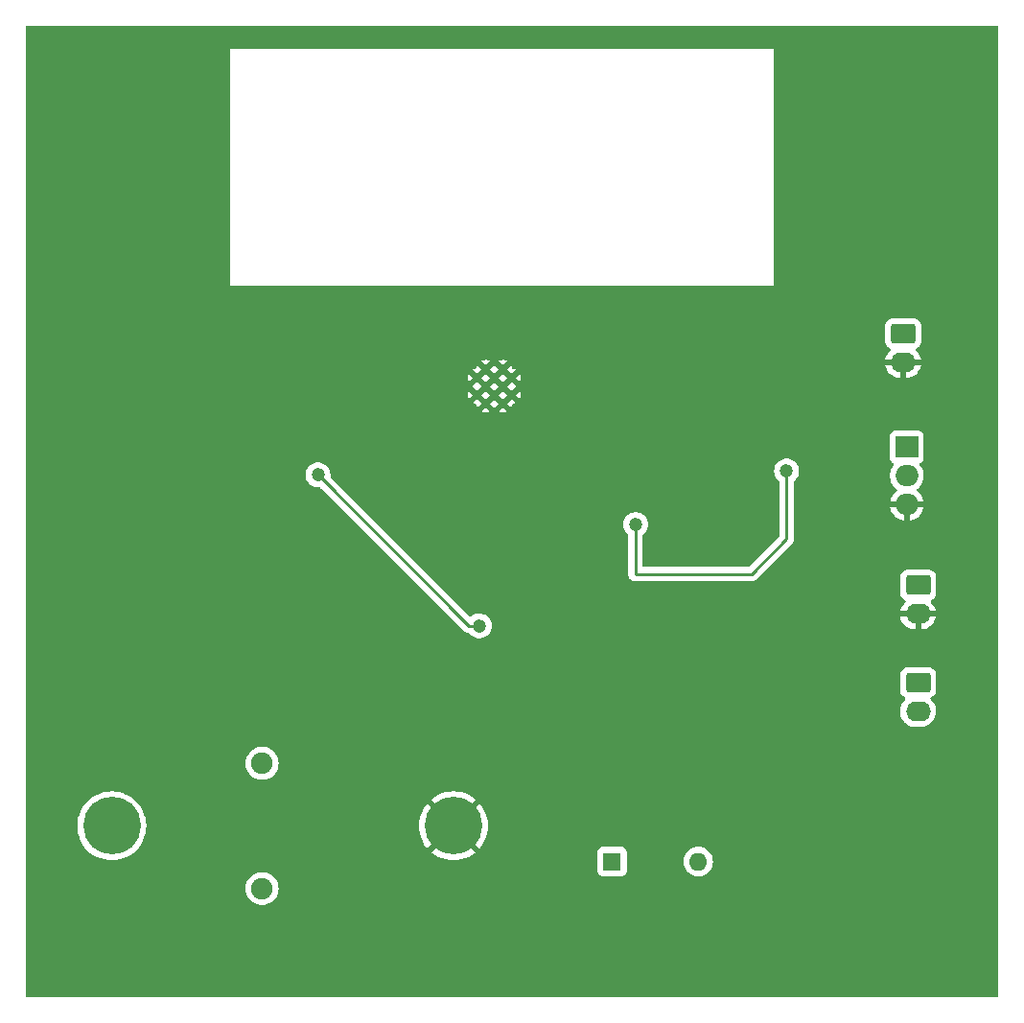
<source format=gbr>
%TF.GenerationSoftware,KiCad,Pcbnew,7.0.10*%
%TF.CreationDate,2024-03-05T16:09:12-06:00*%
%TF.ProjectId,shematic for power and light system,7368656d-6174-4696-9320-666f7220706f,rev?*%
%TF.SameCoordinates,Original*%
%TF.FileFunction,Copper,L2,Bot*%
%TF.FilePolarity,Positive*%
%FSLAX46Y46*%
G04 Gerber Fmt 4.6, Leading zero omitted, Abs format (unit mm)*
G04 Created by KiCad (PCBNEW 7.0.10) date 2024-03-05 16:09:12*
%MOMM*%
%LPD*%
G01*
G04 APERTURE LIST*
G04 Aperture macros list*
%AMRoundRect*
0 Rectangle with rounded corners*
0 $1 Rounding radius*
0 $2 $3 $4 $5 $6 $7 $8 $9 X,Y pos of 4 corners*
0 Add a 4 corners polygon primitive as box body*
4,1,4,$2,$3,$4,$5,$6,$7,$8,$9,$2,$3,0*
0 Add four circle primitives for the rounded corners*
1,1,$1+$1,$2,$3*
1,1,$1+$1,$4,$5*
1,1,$1+$1,$6,$7*
1,1,$1+$1,$8,$9*
0 Add four rect primitives between the rounded corners*
20,1,$1+$1,$2,$3,$4,$5,0*
20,1,$1+$1,$4,$5,$6,$7,0*
20,1,$1+$1,$6,$7,$8,$9,0*
20,1,$1+$1,$8,$9,$2,$3,0*%
G04 Aperture macros list end*
%TA.AperFunction,ComponentPad*%
%ADD10C,1.905000*%
%TD*%
%TA.AperFunction,ComponentPad*%
%ADD11C,5.080000*%
%TD*%
%TA.AperFunction,ComponentPad*%
%ADD12R,2.000000X1.905000*%
%TD*%
%TA.AperFunction,ComponentPad*%
%ADD13O,2.000000X1.905000*%
%TD*%
%TA.AperFunction,ComponentPad*%
%ADD14RoundRect,0.250000X-0.845000X0.620000X-0.845000X-0.620000X0.845000X-0.620000X0.845000X0.620000X0*%
%TD*%
%TA.AperFunction,ComponentPad*%
%ADD15O,2.190000X1.740000*%
%TD*%
%TA.AperFunction,HeatsinkPad*%
%ADD16C,0.600000*%
%TD*%
%TA.AperFunction,ComponentPad*%
%ADD17R,1.600000X1.600000*%
%TD*%
%TA.AperFunction,ComponentPad*%
%ADD18O,1.600000X1.600000*%
%TD*%
%TA.AperFunction,ViaPad*%
%ADD19C,1.193800*%
%TD*%
%TA.AperFunction,Conductor*%
%ADD20C,0.254000*%
%TD*%
G04 APERTURE END LIST*
D10*
%TO.P,U1,1,IN*%
%TO.N,Net-(U1-IN)*%
X114300000Y-127889000D03*
%TO.P,U1,2,OUT*%
%TO.N,Net-(U1-OUT)*%
X114300000Y-116840000D03*
D11*
%TO.P,U1,3,GND*%
%TO.N,GND*%
X131191000Y-122364500D03*
%TO.P,U1,4,4*%
%TO.N,unconnected-(U1-Pad4)*%
X101015800Y-122364500D03*
%TD*%
D12*
%TO.P,Q1,1,G*%
%TO.N,Net-(Q1-G)*%
X171223388Y-88891149D03*
D13*
%TO.P,Q1,2,D*%
%TO.N,Net-(LED1-Pin_2)*%
X171223388Y-91431149D03*
%TO.P,Q1,3,S*%
%TO.N,GND*%
X171223388Y-93971149D03*
%TD*%
D14*
%TO.P,+12V1,1,Pin_1*%
%TO.N,Net-(+12V1-Pin_1)*%
X172221597Y-101099857D03*
D15*
%TO.P,+12V1,2,Pin_2*%
%TO.N,GND*%
X172221597Y-103639857D03*
%TD*%
D14*
%TO.P,BlueTooth1,1,Pin_1*%
%TO.N,Net-(BlueTooth1-Pin_1)*%
X170904782Y-78889055D03*
D15*
%TO.P,BlueTooth1,2,Pin_2*%
%TO.N,GND*%
X170904782Y-81429055D03*
%TD*%
D14*
%TO.P,LED1,1,Pin_1*%
%TO.N,Net-(+12V1-Pin_1)*%
X172221597Y-109699267D03*
D15*
%TO.P,LED1,2,Pin_2*%
%TO.N,Net-(LED1-Pin_2)*%
X172221597Y-112239267D03*
%TD*%
D16*
%TO.P,U3,39,GND*%
%TO.N,GND*%
X133272234Y-82777499D03*
X133272234Y-84302499D03*
X134034734Y-82014999D03*
X134034734Y-83539999D03*
X134034734Y-85064999D03*
X134797234Y-82777499D03*
X134797234Y-84302499D03*
X135559734Y-82014999D03*
X135559734Y-83539999D03*
X135559734Y-85064999D03*
X136322234Y-82777499D03*
X136322234Y-84302499D03*
%TD*%
D17*
%TO.P,SW1,1*%
%TO.N,Net-(+12V1-Pin_1)*%
X145192146Y-125508270D03*
D18*
%TO.P,SW1,2*%
%TO.N,Net-(U1-IN)*%
X152812146Y-125508270D03*
%TD*%
D19*
%TO.N,Net-(U3-IO0)*%
X147291326Y-95749098D03*
X160607381Y-91020499D03*
%TO.N,GND*%
X165541131Y-87851548D03*
X167722985Y-96241563D03*
%TO.N,Net-(U3-IO26)*%
X119227351Y-91358034D03*
X133473131Y-104704080D03*
%TD*%
D20*
%TO.N,Net-(U3-IO0)*%
X147241341Y-95799083D02*
X147291326Y-95749098D01*
X147241341Y-100127801D02*
X147241341Y-95799083D01*
X157518296Y-100127801D02*
X147241341Y-100127801D01*
X160607381Y-97038716D02*
X157518296Y-100127801D01*
X160607381Y-91020499D02*
X160607381Y-97038716D01*
%TO.N,GND*%
X165541131Y-94059709D02*
X167722985Y-96241563D01*
X165541131Y-87851548D02*
X165541131Y-94059709D01*
%TO.N,Net-(U3-IO26)*%
X132573397Y-104704080D02*
X119227351Y-91358034D01*
X133473131Y-104704080D02*
X132573397Y-104704080D01*
%TD*%
%TA.AperFunction,Conductor*%
%TO.N,GND*%
G36*
X179264499Y-51721281D02*
G01*
X179310254Y-51774085D01*
X179321460Y-51825596D01*
X179321460Y-137367879D01*
X179301775Y-137434918D01*
X179248971Y-137480673D01*
X179197460Y-137491879D01*
X93553957Y-137491879D01*
X93486918Y-137472194D01*
X93441163Y-137419390D01*
X93429957Y-137367879D01*
X93429957Y-127889005D01*
X112842020Y-127889005D01*
X112861904Y-128128972D01*
X112861904Y-128128975D01*
X112861905Y-128128976D01*
X112921017Y-128362405D01*
X113017745Y-128582922D01*
X113149449Y-128784510D01*
X113312537Y-128961671D01*
X113502561Y-129109572D01*
X113714336Y-129224179D01*
X113832598Y-129264778D01*
X113942083Y-129302365D01*
X113942085Y-129302365D01*
X113942087Y-129302366D01*
X114179601Y-129342000D01*
X114179602Y-129342000D01*
X114420398Y-129342000D01*
X114420399Y-129342000D01*
X114657913Y-129302366D01*
X114885664Y-129224179D01*
X115097439Y-129109572D01*
X115287463Y-128961671D01*
X115450551Y-128784510D01*
X115582255Y-128582922D01*
X115678983Y-128362405D01*
X115738095Y-128128976D01*
X115757980Y-127889000D01*
X115738095Y-127649024D01*
X115678983Y-127415595D01*
X115582255Y-127195078D01*
X115450551Y-126993490D01*
X115287463Y-126816329D01*
X115153358Y-126711951D01*
X115097441Y-126668429D01*
X114885665Y-126553821D01*
X114885656Y-126553818D01*
X114657916Y-126475634D01*
X114479777Y-126445908D01*
X114420399Y-126436000D01*
X114179601Y-126436000D01*
X114132098Y-126443926D01*
X113942083Y-126475634D01*
X113714343Y-126553818D01*
X113714334Y-126553821D01*
X113502558Y-126668429D01*
X113395106Y-126752063D01*
X113312537Y-126816329D01*
X113312534Y-126816331D01*
X113312534Y-126816332D01*
X113149449Y-126993490D01*
X113017743Y-127195081D01*
X112921017Y-127415594D01*
X112861904Y-127649027D01*
X112842020Y-127888994D01*
X112842020Y-127889005D01*
X93429957Y-127889005D01*
X93429957Y-126356140D01*
X143891646Y-126356140D01*
X143891647Y-126356146D01*
X143898054Y-126415753D01*
X143948348Y-126550598D01*
X143948352Y-126550605D01*
X144034598Y-126665814D01*
X144034601Y-126665817D01*
X144149810Y-126752063D01*
X144149817Y-126752067D01*
X144284663Y-126802361D01*
X144284662Y-126802361D01*
X144291590Y-126803105D01*
X144344273Y-126808770D01*
X146040018Y-126808769D01*
X146099629Y-126802361D01*
X146234477Y-126752066D01*
X146349692Y-126665816D01*
X146435942Y-126550601D01*
X146486237Y-126415753D01*
X146492646Y-126356143D01*
X146492646Y-125508271D01*
X151506678Y-125508271D01*
X151526510Y-125734956D01*
X151526512Y-125734967D01*
X151585404Y-125954758D01*
X151585407Y-125954767D01*
X151681577Y-126161002D01*
X151681578Y-126161004D01*
X151812100Y-126347411D01*
X151973004Y-126508315D01*
X151973007Y-126508317D01*
X152159412Y-126638838D01*
X152365650Y-126735009D01*
X152585454Y-126793905D01*
X152747376Y-126808071D01*
X152812144Y-126813738D01*
X152812146Y-126813738D01*
X152812148Y-126813738D01*
X152868953Y-126808768D01*
X153038838Y-126793905D01*
X153258642Y-126735009D01*
X153464880Y-126638838D01*
X153651285Y-126508317D01*
X153812193Y-126347409D01*
X153942714Y-126161004D01*
X154038885Y-125954766D01*
X154097781Y-125734962D01*
X154117614Y-125508270D01*
X154097781Y-125281578D01*
X154038885Y-125061774D01*
X153942714Y-124855536D01*
X153812193Y-124669131D01*
X153812191Y-124669128D01*
X153651287Y-124508224D01*
X153464880Y-124377702D01*
X153464878Y-124377701D01*
X153258643Y-124281531D01*
X153258634Y-124281528D01*
X153038843Y-124222636D01*
X153038839Y-124222635D01*
X153038838Y-124222635D01*
X153038837Y-124222634D01*
X153038832Y-124222634D01*
X152812148Y-124202802D01*
X152812144Y-124202802D01*
X152585459Y-124222634D01*
X152585448Y-124222636D01*
X152365657Y-124281528D01*
X152365648Y-124281531D01*
X152159413Y-124377701D01*
X152159411Y-124377702D01*
X151973004Y-124508224D01*
X151812100Y-124669128D01*
X151681578Y-124855535D01*
X151681577Y-124855537D01*
X151585407Y-125061772D01*
X151585404Y-125061781D01*
X151526512Y-125281572D01*
X151526510Y-125281583D01*
X151506678Y-125508268D01*
X151506678Y-125508271D01*
X146492646Y-125508271D01*
X146492645Y-124660398D01*
X146486237Y-124600787D01*
X146451713Y-124508224D01*
X146435943Y-124465941D01*
X146435939Y-124465934D01*
X146349693Y-124350725D01*
X146349690Y-124350722D01*
X146234481Y-124264476D01*
X146234474Y-124264472D01*
X146099628Y-124214178D01*
X146099629Y-124214178D01*
X146040029Y-124207771D01*
X146040027Y-124207770D01*
X146040019Y-124207770D01*
X146040010Y-124207770D01*
X144344275Y-124207770D01*
X144344269Y-124207771D01*
X144284662Y-124214178D01*
X144149817Y-124264472D01*
X144149810Y-124264476D01*
X144034601Y-124350722D01*
X144034598Y-124350725D01*
X143948352Y-124465934D01*
X143948348Y-124465941D01*
X143898054Y-124600787D01*
X143891647Y-124660386D01*
X143891647Y-124660393D01*
X143891646Y-124660405D01*
X143891646Y-126356140D01*
X93429957Y-126356140D01*
X93429957Y-122364500D01*
X97970509Y-122364500D01*
X97989656Y-122705459D01*
X97989657Y-122705464D01*
X98046861Y-123042141D01*
X98141401Y-123370296D01*
X98169592Y-123438354D01*
X98272087Y-123685800D01*
X98437280Y-123984696D01*
X98437283Y-123984701D01*
X98634675Y-124262897D01*
X98634896Y-124263208D01*
X98862454Y-124517846D01*
X99117092Y-124745404D01*
X99117095Y-124745406D01*
X99117096Y-124745407D01*
X99395598Y-124943016D01*
X99395603Y-124943019D01*
X99395606Y-124943020D01*
X99395608Y-124943022D01*
X99694498Y-125108212D01*
X100010004Y-125238899D01*
X100338159Y-125333439D01*
X100674836Y-125390643D01*
X101015800Y-125409791D01*
X101356764Y-125390643D01*
X101693441Y-125333439D01*
X102021596Y-125238899D01*
X102337102Y-125108212D01*
X102635992Y-124943022D01*
X102635997Y-124943018D01*
X102636001Y-124943016D01*
X102759293Y-124855535D01*
X102914508Y-124745404D01*
X103169146Y-124517846D01*
X103396704Y-124263208D01*
X103594322Y-123984692D01*
X103759512Y-123685802D01*
X103890199Y-123370296D01*
X103984739Y-123042141D01*
X104041943Y-122705464D01*
X104061091Y-122364500D01*
X128146210Y-122364500D01*
X128165354Y-122705403D01*
X128165356Y-122705415D01*
X128222548Y-123042026D01*
X128222550Y-123042035D01*
X128317071Y-123370124D01*
X128447738Y-123685583D01*
X128612903Y-123984426D01*
X128810488Y-124262897D01*
X128871159Y-124330786D01*
X129624313Y-123577632D01*
X129689884Y-123665224D01*
X129890276Y-123865616D01*
X129977866Y-123931185D01*
X129224712Y-124684339D01*
X129292605Y-124745013D01*
X129292610Y-124745017D01*
X129571073Y-124942596D01*
X129869916Y-125107761D01*
X130185375Y-125238428D01*
X130513464Y-125332949D01*
X130513473Y-125332951D01*
X130850084Y-125390143D01*
X130850096Y-125390145D01*
X131191000Y-125409289D01*
X131531903Y-125390145D01*
X131531915Y-125390143D01*
X131868526Y-125332951D01*
X131868535Y-125332949D01*
X132196624Y-125238428D01*
X132512083Y-125107761D01*
X132810926Y-124942596D01*
X133089396Y-124745012D01*
X133089407Y-124745003D01*
X133157287Y-124684340D01*
X133157287Y-124684339D01*
X132404133Y-123931185D01*
X132491724Y-123865616D01*
X132692116Y-123665224D01*
X132757685Y-123577633D01*
X133510839Y-124330787D01*
X133510840Y-124330787D01*
X133571503Y-124262907D01*
X133571512Y-124262896D01*
X133769096Y-123984426D01*
X133934261Y-123685583D01*
X134064928Y-123370124D01*
X134159449Y-123042035D01*
X134159451Y-123042026D01*
X134216643Y-122705415D01*
X134216645Y-122705403D01*
X134235789Y-122364500D01*
X134216645Y-122023596D01*
X134216643Y-122023584D01*
X134159451Y-121686973D01*
X134159449Y-121686964D01*
X134064928Y-121358875D01*
X133934261Y-121043416D01*
X133769096Y-120744573D01*
X133571517Y-120466110D01*
X133571513Y-120466105D01*
X133510839Y-120398212D01*
X132757685Y-121151366D01*
X132692116Y-121063776D01*
X132491724Y-120863384D01*
X132404132Y-120797813D01*
X133157286Y-120044659D01*
X133089397Y-119983988D01*
X132810926Y-119786403D01*
X132512083Y-119621238D01*
X132196624Y-119490571D01*
X131868535Y-119396050D01*
X131868526Y-119396048D01*
X131531915Y-119338856D01*
X131531903Y-119338854D01*
X131191000Y-119319710D01*
X130850096Y-119338854D01*
X130850084Y-119338856D01*
X130513473Y-119396048D01*
X130513464Y-119396050D01*
X130185375Y-119490571D01*
X129869916Y-119621238D01*
X129571073Y-119786403D01*
X129292599Y-119983991D01*
X129224712Y-120044659D01*
X129977867Y-120797814D01*
X129890276Y-120863384D01*
X129689884Y-121063776D01*
X129624314Y-121151367D01*
X128871159Y-120398212D01*
X128810491Y-120466099D01*
X128612903Y-120744573D01*
X128447738Y-121043416D01*
X128317071Y-121358875D01*
X128222550Y-121686964D01*
X128222548Y-121686973D01*
X128165356Y-122023584D01*
X128165354Y-122023596D01*
X128146210Y-122364500D01*
X104061091Y-122364500D01*
X104041943Y-122023536D01*
X103984739Y-121686859D01*
X103890199Y-121358704D01*
X103759512Y-121043198D01*
X103594322Y-120744308D01*
X103594320Y-120744306D01*
X103594319Y-120744303D01*
X103594316Y-120744298D01*
X103396707Y-120465796D01*
X103396706Y-120465795D01*
X103396704Y-120465792D01*
X103169146Y-120211154D01*
X102914508Y-119983596D01*
X102914505Y-119983594D01*
X102914503Y-119983592D01*
X102636001Y-119785983D01*
X102635996Y-119785980D01*
X102337100Y-119620787D01*
X102271756Y-119593721D01*
X102021596Y-119490101D01*
X101937248Y-119465800D01*
X101693446Y-119395562D01*
X101693437Y-119395560D01*
X101356771Y-119338358D01*
X101356759Y-119338356D01*
X101015800Y-119319209D01*
X100674840Y-119338356D01*
X100674828Y-119338358D01*
X100338162Y-119395560D01*
X100338153Y-119395562D01*
X100010007Y-119490100D01*
X100010004Y-119490101D01*
X99917596Y-119528377D01*
X99694499Y-119620787D01*
X99395603Y-119785980D01*
X99395598Y-119785983D01*
X99117096Y-119983592D01*
X98862454Y-120211154D01*
X98634892Y-120465796D01*
X98437283Y-120744298D01*
X98437280Y-120744303D01*
X98272087Y-121043199D01*
X98141400Y-121358707D01*
X98046862Y-121686853D01*
X98046860Y-121686862D01*
X97989658Y-122023528D01*
X97989656Y-122023540D01*
X97970509Y-122364500D01*
X93429957Y-122364500D01*
X93429957Y-116840005D01*
X112842020Y-116840005D01*
X112861904Y-117079972D01*
X112861904Y-117079975D01*
X112861905Y-117079976D01*
X112921017Y-117313405D01*
X113017745Y-117533922D01*
X113149449Y-117735510D01*
X113312537Y-117912671D01*
X113502561Y-118060572D01*
X113714336Y-118175179D01*
X113832598Y-118215778D01*
X113942083Y-118253365D01*
X113942085Y-118253365D01*
X113942087Y-118253366D01*
X114179601Y-118293000D01*
X114179602Y-118293000D01*
X114420398Y-118293000D01*
X114420399Y-118293000D01*
X114657913Y-118253366D01*
X114885664Y-118175179D01*
X115097439Y-118060572D01*
X115287463Y-117912671D01*
X115450551Y-117735510D01*
X115582255Y-117533922D01*
X115678983Y-117313405D01*
X115738095Y-117079976D01*
X115757980Y-116840000D01*
X115738095Y-116600024D01*
X115678983Y-116366595D01*
X115582255Y-116146078D01*
X115450551Y-115944490D01*
X115287463Y-115767329D01*
X115153358Y-115662951D01*
X115097441Y-115619429D01*
X114885665Y-115504821D01*
X114885656Y-115504818D01*
X114657916Y-115426634D01*
X114479777Y-115396908D01*
X114420399Y-115387000D01*
X114179601Y-115387000D01*
X114132098Y-115394926D01*
X113942083Y-115426634D01*
X113714343Y-115504818D01*
X113714334Y-115504821D01*
X113502558Y-115619429D01*
X113368456Y-115723805D01*
X113312537Y-115767329D01*
X113312534Y-115767331D01*
X113312534Y-115767332D01*
X113149449Y-115944490D01*
X113017743Y-116146081D01*
X112921017Y-116366594D01*
X112861904Y-116600027D01*
X112842020Y-116839994D01*
X112842020Y-116840005D01*
X93429957Y-116840005D01*
X93429957Y-112180891D01*
X170622381Y-112180891D01*
X170632282Y-112413967D01*
X170632283Y-112413976D01*
X170681433Y-112642033D01*
X170681434Y-112642036D01*
X170768416Y-112858498D01*
X170768418Y-112858502D01*
X170890735Y-113057158D01*
X170970680Y-113147993D01*
X171044867Y-113232286D01*
X171044870Y-113232289D01*
X171226370Y-113378840D01*
X171226376Y-113378845D01*
X171430042Y-113492620D01*
X171430045Y-113492621D01*
X171650013Y-113570340D01*
X171778322Y-113592341D01*
X171879941Y-113609766D01*
X171879950Y-113609767D01*
X172504812Y-113609767D01*
X172504813Y-113609767D01*
X172504814Y-113609766D01*
X172504831Y-113609766D01*
X172679043Y-113594938D01*
X172679043Y-113594937D01*
X172679050Y-113594937D01*
X172904816Y-113536152D01*
X173117399Y-113440059D01*
X173310685Y-113309420D01*
X173479113Y-113147995D01*
X173617837Y-112960428D01*
X173722867Y-112752114D01*
X173791180Y-112529047D01*
X173820813Y-112297643D01*
X173810911Y-112064560D01*
X173761761Y-111836502D01*
X173674776Y-111620032D01*
X173552459Y-111421376D01*
X173398328Y-111246249D01*
X173398326Y-111246247D01*
X173398323Y-111246244D01*
X173358305Y-111213932D01*
X173318512Y-111156502D01*
X173316085Y-111086674D01*
X173351796Y-111026620D01*
X173383812Y-111005068D01*
X173385923Y-111004083D01*
X173385931Y-111004081D01*
X173535253Y-110911979D01*
X173659309Y-110787923D01*
X173751411Y-110638601D01*
X173806596Y-110472064D01*
X173817097Y-110369276D01*
X173817096Y-109029259D01*
X173806596Y-108926470D01*
X173751411Y-108759933D01*
X173659309Y-108610611D01*
X173535253Y-108486555D01*
X173385931Y-108394453D01*
X173219394Y-108339268D01*
X173219392Y-108339267D01*
X173116607Y-108328767D01*
X171326595Y-108328767D01*
X171326578Y-108328768D01*
X171223800Y-108339267D01*
X171223797Y-108339268D01*
X171057265Y-108394452D01*
X171057260Y-108394454D01*
X170907939Y-108486556D01*
X170783886Y-108610609D01*
X170691784Y-108759930D01*
X170691783Y-108759933D01*
X170636598Y-108926470D01*
X170636598Y-108926471D01*
X170636597Y-108926471D01*
X170626097Y-109029250D01*
X170626097Y-110369268D01*
X170626098Y-110369285D01*
X170636597Y-110472063D01*
X170636598Y-110472066D01*
X170691782Y-110638598D01*
X170691783Y-110638601D01*
X170783885Y-110787923D01*
X170907941Y-110911979D01*
X171057263Y-111004081D01*
X171057271Y-111004083D01*
X171059526Y-111005135D01*
X171060821Y-111006275D01*
X171063410Y-111007872D01*
X171063137Y-111008314D01*
X171111969Y-111051303D01*
X171131127Y-111118495D01*
X171110917Y-111185378D01*
X171092932Y-111207044D01*
X170964080Y-111330539D01*
X170964079Y-111330540D01*
X170825359Y-111518101D01*
X170720330Y-111726414D01*
X170720327Y-111726420D01*
X170652013Y-111949490D01*
X170622381Y-112180891D01*
X93429957Y-112180891D01*
X93429957Y-91358034D01*
X118125250Y-91358034D01*
X118144014Y-91560544D01*
X118144015Y-91560546D01*
X118199670Y-91756154D01*
X118199671Y-91756156D01*
X118199672Y-91756159D01*
X118229725Y-91816513D01*
X118290322Y-91938209D01*
X118290327Y-91938217D01*
X118412890Y-92100517D01*
X118563186Y-92237529D01*
X118563188Y-92237531D01*
X118736098Y-92344592D01*
X118736100Y-92344593D01*
X118736102Y-92344594D01*
X118925747Y-92418063D01*
X119125662Y-92455434D01*
X119125664Y-92455434D01*
X119329040Y-92455434D01*
X119356026Y-92450389D01*
X119425540Y-92457418D01*
X119466494Y-92484596D01*
X132071021Y-105089123D01*
X132080868Y-105101413D01*
X132081086Y-105101234D01*
X132086054Y-105107239D01*
X132135243Y-105153431D01*
X132138040Y-105156142D01*
X132157604Y-105175706D01*
X132160782Y-105178170D01*
X132169678Y-105185767D01*
X132201632Y-105215775D01*
X132201634Y-105215776D01*
X132219264Y-105225467D01*
X132235532Y-105236152D01*
X132251435Y-105248488D01*
X132251437Y-105248489D01*
X132251439Y-105248490D01*
X132271339Y-105257101D01*
X132291657Y-105265893D01*
X132302146Y-105271031D01*
X132340563Y-105292152D01*
X132360064Y-105297159D01*
X132378462Y-105303458D01*
X132396938Y-105311453D01*
X132440246Y-105318312D01*
X132451640Y-105320671D01*
X132494125Y-105331580D01*
X132510095Y-105331580D01*
X132577134Y-105351265D01*
X132609049Y-105380854D01*
X132658667Y-105446559D01*
X132658669Y-105446562D01*
X132808966Y-105583575D01*
X132808968Y-105583577D01*
X132981878Y-105690638D01*
X132981880Y-105690639D01*
X132981882Y-105690640D01*
X133171527Y-105764109D01*
X133371442Y-105801480D01*
X133371444Y-105801480D01*
X133574818Y-105801480D01*
X133574820Y-105801480D01*
X133774735Y-105764109D01*
X133964380Y-105690640D01*
X134137295Y-105583576D01*
X134287593Y-105446561D01*
X134410156Y-105284261D01*
X134500810Y-105102205D01*
X134556467Y-104906591D01*
X134575232Y-104704080D01*
X134568600Y-104632513D01*
X134556467Y-104501569D01*
X134556466Y-104501567D01*
X134543913Y-104457449D01*
X134500810Y-104305955D01*
X134424407Y-104152518D01*
X134410159Y-104123904D01*
X134410154Y-104123896D01*
X134287591Y-103961596D01*
X134137295Y-103824584D01*
X134137293Y-103824582D01*
X133964383Y-103717521D01*
X133964374Y-103717517D01*
X133822146Y-103662418D01*
X133774735Y-103644051D01*
X133574820Y-103606680D01*
X133371442Y-103606680D01*
X133171527Y-103644051D01*
X133171524Y-103644051D01*
X133171524Y-103644052D01*
X132981887Y-103717517D01*
X132981878Y-103717521D01*
X132808968Y-103824582D01*
X132808965Y-103824584D01*
X132777376Y-103853381D01*
X132714571Y-103883997D01*
X132645184Y-103875797D01*
X132606159Y-103849423D01*
X130526594Y-101769858D01*
X170626097Y-101769858D01*
X170626098Y-101769875D01*
X170636597Y-101872653D01*
X170636598Y-101872656D01*
X170691782Y-102039188D01*
X170691783Y-102039191D01*
X170783885Y-102188513D01*
X170907941Y-102312569D01*
X171057263Y-102404671D01*
X171057266Y-102404672D01*
X171060016Y-102405954D01*
X171061588Y-102407338D01*
X171063410Y-102408462D01*
X171063218Y-102408773D01*
X171112458Y-102452124D01*
X171131613Y-102519317D01*
X171111400Y-102586199D01*
X171093418Y-102607861D01*
X170964457Y-102731460D01*
X170964456Y-102731461D01*
X170825786Y-102918954D01*
X170720793Y-103127195D01*
X170652503Y-103350186D01*
X170647423Y-103389856D01*
X170647424Y-103389857D01*
X171681127Y-103389857D01*
X171641912Y-103484531D01*
X171621463Y-103639857D01*
X171641912Y-103795183D01*
X171681127Y-103889857D01*
X170649021Y-103889857D01*
X170681913Y-104042476D01*
X170681913Y-104042477D01*
X170768864Y-104258862D01*
X170891138Y-104457449D01*
X171045214Y-104632513D01*
X171045218Y-104632517D01*
X171226651Y-104779014D01*
X171226657Y-104779018D01*
X171430250Y-104892752D01*
X171650135Y-104970442D01*
X171650143Y-104970444D01*
X171879984Y-105009856D01*
X171879993Y-105009857D01*
X171971597Y-105009857D01*
X171971597Y-104180326D01*
X172066271Y-104219542D01*
X172182600Y-104234857D01*
X172260594Y-104234857D01*
X172376923Y-104219542D01*
X172471597Y-104180326D01*
X172471597Y-105009857D01*
X172504792Y-105009857D01*
X172504809Y-105009856D01*
X172678960Y-104995034D01*
X172904648Y-104936269D01*
X173117149Y-104840213D01*
X173117157Y-104840208D01*
X173310368Y-104709621D01*
X173478736Y-104548253D01*
X173478737Y-104548252D01*
X173617407Y-104360759D01*
X173722400Y-104152518D01*
X173790690Y-103929527D01*
X173795770Y-103889857D01*
X172762067Y-103889857D01*
X172801282Y-103795183D01*
X172821731Y-103639857D01*
X172801282Y-103484531D01*
X172762067Y-103389857D01*
X173794173Y-103389857D01*
X173794172Y-103389856D01*
X173761280Y-103237237D01*
X173761280Y-103237236D01*
X173674329Y-103020851D01*
X173552055Y-102822264D01*
X173397980Y-102647201D01*
X173357799Y-102614757D01*
X173318007Y-102557326D01*
X173315581Y-102487499D01*
X173351291Y-102427444D01*
X173383311Y-102405891D01*
X173385918Y-102404675D01*
X173385931Y-102404671D01*
X173535253Y-102312569D01*
X173659309Y-102188513D01*
X173751411Y-102039191D01*
X173806596Y-101872654D01*
X173817097Y-101769866D01*
X173817096Y-100429849D01*
X173806596Y-100327060D01*
X173751411Y-100160523D01*
X173659309Y-100011201D01*
X173535253Y-99887145D01*
X173385931Y-99795043D01*
X173219394Y-99739858D01*
X173219392Y-99739857D01*
X173116607Y-99729357D01*
X171326595Y-99729357D01*
X171326578Y-99729358D01*
X171223800Y-99739857D01*
X171223797Y-99739858D01*
X171057265Y-99795042D01*
X171057260Y-99795044D01*
X170907939Y-99887146D01*
X170783886Y-100011199D01*
X170691784Y-100160520D01*
X170691783Y-100160523D01*
X170636598Y-100327060D01*
X170636598Y-100327061D01*
X170636597Y-100327061D01*
X170626097Y-100429840D01*
X170626097Y-101769858D01*
X130526594Y-101769858D01*
X124505834Y-95749098D01*
X146189225Y-95749098D01*
X146207989Y-95951608D01*
X146207990Y-95951610D01*
X146263645Y-96147218D01*
X146263646Y-96147220D01*
X146263647Y-96147223D01*
X146293700Y-96207577D01*
X146354297Y-96329273D01*
X146354302Y-96329281D01*
X146476865Y-96491580D01*
X146573379Y-96579564D01*
X146609661Y-96639275D01*
X146613841Y-96671201D01*
X146613841Y-100056762D01*
X146611645Y-100079997D01*
X146610102Y-100088084D01*
X146610102Y-100088087D01*
X146613596Y-100143622D01*
X146613841Y-100151408D01*
X146613841Y-100167286D01*
X146615830Y-100183030D01*
X146616562Y-100190777D01*
X146620057Y-100246318D01*
X146622602Y-100254151D01*
X146627692Y-100276920D01*
X146628725Y-100285094D01*
X146628726Y-100285098D01*
X146628727Y-100285100D01*
X146649216Y-100336852D01*
X146651854Y-100344178D01*
X146669050Y-100397101D01*
X146673462Y-100404053D01*
X146684054Y-100424842D01*
X146687088Y-100432505D01*
X146719804Y-100477535D01*
X146724182Y-100483977D01*
X146753999Y-100530961D01*
X146754000Y-100530962D01*
X146760002Y-100536598D01*
X146775439Y-100554108D01*
X146780278Y-100560769D01*
X146823157Y-100596242D01*
X146828999Y-100601392D01*
X146869574Y-100639494D01*
X146876792Y-100643462D01*
X146896099Y-100656583D01*
X146902435Y-100661825D01*
X146902436Y-100661825D01*
X146902438Y-100661827D01*
X146952791Y-100685521D01*
X146959714Y-100689048D01*
X147008507Y-100715873D01*
X147016478Y-100717919D01*
X147038446Y-100725828D01*
X147045892Y-100729332D01*
X147100571Y-100739762D01*
X147108134Y-100741452D01*
X147162069Y-100755301D01*
X147170303Y-100755301D01*
X147193539Y-100757498D01*
X147201618Y-100759039D01*
X147201625Y-100759039D01*
X147201627Y-100759040D01*
X147201628Y-100759039D01*
X147201629Y-100759040D01*
X147257163Y-100755546D01*
X147264949Y-100755301D01*
X157435329Y-100755301D01*
X157450977Y-100757028D01*
X157451004Y-100756747D01*
X157458771Y-100757481D01*
X157458772Y-100757480D01*
X157458773Y-100757481D01*
X157513806Y-100755751D01*
X157526215Y-100755362D01*
X157530109Y-100755301D01*
X157557768Y-100755301D01*
X157557772Y-100755301D01*
X157561770Y-100754795D01*
X157573410Y-100753878D01*
X157617239Y-100752502D01*
X157636568Y-100746885D01*
X157655624Y-100742938D01*
X157675589Y-100740417D01*
X157716351Y-100724277D01*
X157727388Y-100720499D01*
X157769487Y-100708269D01*
X157786811Y-100698022D01*
X157804279Y-100689464D01*
X157822999Y-100682054D01*
X157858473Y-100656279D01*
X157868211Y-100649882D01*
X157905952Y-100627564D01*
X157920193Y-100613321D01*
X157934974Y-100600698D01*
X157951263Y-100588864D01*
X157979200Y-100555091D01*
X157987052Y-100546462D01*
X160992424Y-97541090D01*
X161004706Y-97531253D01*
X161004525Y-97531034D01*
X161010538Y-97526058D01*
X161010543Y-97526056D01*
X161056765Y-97476832D01*
X161059414Y-97474100D01*
X161079004Y-97454512D01*
X161081477Y-97451322D01*
X161089063Y-97442438D01*
X161119074Y-97410483D01*
X161128770Y-97392844D01*
X161139454Y-97376577D01*
X161151789Y-97360678D01*
X161169200Y-97320441D01*
X161174323Y-97309981D01*
X161195453Y-97271550D01*
X161200459Y-97252050D01*
X161206757Y-97233652D01*
X161214755Y-97215174D01*
X161221613Y-97171867D01*
X161223977Y-97160452D01*
X161234881Y-97117988D01*
X161234881Y-97097857D01*
X161236408Y-97078457D01*
X161239556Y-97058583D01*
X161235431Y-97014946D01*
X161234881Y-97003277D01*
X161234881Y-91988170D01*
X161254566Y-91921131D01*
X161275343Y-91896533D01*
X161421841Y-91762982D01*
X161426994Y-91756159D01*
X161544406Y-91600680D01*
X161568871Y-91551548D01*
X169722888Y-91551548D01*
X169730251Y-91595670D01*
X169762522Y-91789065D01*
X169840706Y-92016805D01*
X169840709Y-92016814D01*
X169955317Y-92228590D01*
X169998839Y-92284507D01*
X170103217Y-92418612D01*
X170145372Y-92457418D01*
X170280382Y-92581704D01*
X170304772Y-92597638D01*
X170350130Y-92650783D01*
X170359554Y-92720015D01*
X170330053Y-92783351D01*
X170304778Y-92805253D01*
X170280685Y-92820995D01*
X170280677Y-92821000D01*
X170103590Y-92984022D01*
X170103581Y-92984032D01*
X169955738Y-93173980D01*
X169955732Y-93173989D01*
X169841172Y-93385680D01*
X169841166Y-93385694D01*
X169763007Y-93613357D01*
X169745021Y-93721148D01*
X169745022Y-93721149D01*
X170728536Y-93721149D01*
X170679829Y-93858196D01*
X170669511Y-94009035D01*
X170700272Y-94157064D01*
X170733478Y-94221149D01*
X169745021Y-94221149D01*
X169763007Y-94328940D01*
X169841166Y-94556603D01*
X169841172Y-94556617D01*
X169955732Y-94768308D01*
X169955738Y-94768317D01*
X170103581Y-94958265D01*
X170103590Y-94958275D01*
X170280677Y-95121297D01*
X170280688Y-95121305D01*
X170482203Y-95252962D01*
X170702648Y-95349657D01*
X170702647Y-95349657D01*
X170935992Y-95408748D01*
X170973388Y-95411846D01*
X170973388Y-94462832D01*
X171002207Y-94480358D01*
X171147792Y-94521149D01*
X171261010Y-94521149D01*
X171373171Y-94505733D01*
X171473388Y-94462202D01*
X171473388Y-95411845D01*
X171510782Y-95408748D01*
X171510783Y-95408748D01*
X171744128Y-95349657D01*
X171964572Y-95252962D01*
X172166087Y-95121305D01*
X172166098Y-95121297D01*
X172343185Y-94958275D01*
X172343194Y-94958265D01*
X172491037Y-94768317D01*
X172491043Y-94768308D01*
X172605603Y-94556617D01*
X172605609Y-94556603D01*
X172683768Y-94328940D01*
X172701755Y-94221149D01*
X171718240Y-94221149D01*
X171766947Y-94084102D01*
X171777265Y-93933263D01*
X171746504Y-93785234D01*
X171713298Y-93721149D01*
X172701754Y-93721149D01*
X172701754Y-93721148D01*
X172683768Y-93613357D01*
X172605609Y-93385694D01*
X172605603Y-93385680D01*
X172491043Y-93173989D01*
X172491037Y-93173980D01*
X172343194Y-92984032D01*
X172343185Y-92984022D01*
X172166098Y-92821000D01*
X172166092Y-92820996D01*
X172141999Y-92805255D01*
X172096643Y-92752108D01*
X172087220Y-92682877D01*
X172116723Y-92619541D01*
X172141996Y-92597642D01*
X172166398Y-92581700D01*
X172343559Y-92418612D01*
X172491460Y-92228588D01*
X172606067Y-92016813D01*
X172684254Y-91789062D01*
X172723888Y-91551548D01*
X172723888Y-91310750D01*
X172684254Y-91073236D01*
X172666149Y-91020499D01*
X172606069Y-90845492D01*
X172606066Y-90845483D01*
X172491458Y-90633707D01*
X172491454Y-90633701D01*
X172380555Y-90491218D01*
X172354912Y-90426224D01*
X172368478Y-90357684D01*
X172416947Y-90307360D01*
X172435069Y-90298876D01*
X172465719Y-90287445D01*
X172580934Y-90201195D01*
X172667184Y-90085980D01*
X172717479Y-89951132D01*
X172723888Y-89891522D01*
X172723887Y-87890777D01*
X172717479Y-87831166D01*
X172667184Y-87696318D01*
X172667183Y-87696317D01*
X172667181Y-87696313D01*
X172580935Y-87581104D01*
X172580932Y-87581101D01*
X172465723Y-87494855D01*
X172465716Y-87494851D01*
X172330870Y-87444557D01*
X172330871Y-87444557D01*
X172271271Y-87438150D01*
X172271269Y-87438149D01*
X172271261Y-87438149D01*
X172271252Y-87438149D01*
X170175517Y-87438149D01*
X170175511Y-87438150D01*
X170115904Y-87444557D01*
X169981059Y-87494851D01*
X169981052Y-87494855D01*
X169865843Y-87581101D01*
X169865840Y-87581104D01*
X169779594Y-87696313D01*
X169779590Y-87696320D01*
X169729296Y-87831166D01*
X169722889Y-87890765D01*
X169722889Y-87890772D01*
X169722888Y-87890784D01*
X169722888Y-89891519D01*
X169722889Y-89891525D01*
X169729296Y-89951132D01*
X169779590Y-90085977D01*
X169779594Y-90085984D01*
X169865840Y-90201193D01*
X169865843Y-90201196D01*
X169981052Y-90287442D01*
X169981061Y-90287447D01*
X170011699Y-90298874D01*
X170067633Y-90340744D01*
X170092051Y-90406208D01*
X170077200Y-90474481D01*
X170066221Y-90491218D01*
X169955317Y-90633708D01*
X169840709Y-90845483D01*
X169840706Y-90845492D01*
X169762522Y-91073232D01*
X169737529Y-91223009D01*
X169722888Y-91310750D01*
X169722888Y-91551548D01*
X161568871Y-91551548D01*
X161635060Y-91418624D01*
X161690717Y-91223010D01*
X161709482Y-91020499D01*
X161703867Y-90959907D01*
X161690717Y-90817988D01*
X161690716Y-90817986D01*
X161679297Y-90777853D01*
X161635060Y-90622374D01*
X161574953Y-90501664D01*
X161544409Y-90440323D01*
X161544404Y-90440315D01*
X161421841Y-90278015D01*
X161271545Y-90141003D01*
X161271543Y-90141001D01*
X161098633Y-90033940D01*
X161098624Y-90033936D01*
X160956396Y-89978837D01*
X160908985Y-89960470D01*
X160709070Y-89923099D01*
X160505692Y-89923099D01*
X160305777Y-89960470D01*
X160305774Y-89960470D01*
X160305774Y-89960471D01*
X160116137Y-90033936D01*
X160116128Y-90033940D01*
X159943218Y-90141001D01*
X159943216Y-90141003D01*
X159792920Y-90278015D01*
X159670357Y-90440315D01*
X159670352Y-90440323D01*
X159579703Y-90622372D01*
X159579700Y-90622378D01*
X159524045Y-90817986D01*
X159524044Y-90817988D01*
X159505280Y-91020498D01*
X159505280Y-91020499D01*
X159524044Y-91223009D01*
X159524045Y-91223011D01*
X159579700Y-91418619D01*
X159579701Y-91418621D01*
X159579702Y-91418624D01*
X159609755Y-91478978D01*
X159670352Y-91600674D01*
X159670357Y-91600682D01*
X159792920Y-91762982D01*
X159939419Y-91896533D01*
X159975701Y-91956244D01*
X159979881Y-91988170D01*
X159979881Y-96727435D01*
X159960196Y-96794474D01*
X159943562Y-96815116D01*
X157294696Y-99463982D01*
X157233373Y-99497467D01*
X157207015Y-99500301D01*
X147992841Y-99500301D01*
X147925802Y-99480616D01*
X147880047Y-99427812D01*
X147868841Y-99376301D01*
X147868841Y-96751311D01*
X147888526Y-96684272D01*
X147927564Y-96645884D01*
X147955490Y-96628594D01*
X148105788Y-96491579D01*
X148228351Y-96329279D01*
X148319005Y-96147223D01*
X148374662Y-95951609D01*
X148393427Y-95749098D01*
X148374662Y-95546587D01*
X148319005Y-95350973D01*
X148258898Y-95230263D01*
X148228354Y-95168922D01*
X148228349Y-95168914D01*
X148105786Y-95006614D01*
X147955490Y-94869602D01*
X147955488Y-94869600D01*
X147782578Y-94762539D01*
X147782569Y-94762535D01*
X147640341Y-94707436D01*
X147592930Y-94689069D01*
X147393015Y-94651698D01*
X147189637Y-94651698D01*
X146989722Y-94689069D01*
X146989719Y-94689069D01*
X146989719Y-94689070D01*
X146800082Y-94762535D01*
X146800073Y-94762539D01*
X146627163Y-94869600D01*
X146627161Y-94869602D01*
X146476865Y-95006614D01*
X146354302Y-95168914D01*
X146354297Y-95168922D01*
X146263648Y-95350971D01*
X146263645Y-95350977D01*
X146207990Y-95546585D01*
X146207989Y-95546587D01*
X146189225Y-95749097D01*
X146189225Y-95749098D01*
X124505834Y-95749098D01*
X120352406Y-91595670D01*
X120318921Y-91534347D01*
X120316616Y-91496553D01*
X120329452Y-91358034D01*
X120310687Y-91155523D01*
X120255030Y-90959909D01*
X120184360Y-90817986D01*
X120164379Y-90777858D01*
X120164374Y-90777850D01*
X120041811Y-90615550D01*
X119891515Y-90478538D01*
X119891513Y-90478536D01*
X119718603Y-90371475D01*
X119718594Y-90371471D01*
X119531198Y-90298874D01*
X119528955Y-90298005D01*
X119329040Y-90260634D01*
X119125662Y-90260634D01*
X118925747Y-90298005D01*
X118925744Y-90298005D01*
X118925744Y-90298006D01*
X118736107Y-90371471D01*
X118736098Y-90371475D01*
X118563188Y-90478536D01*
X118563186Y-90478538D01*
X118412890Y-90615550D01*
X118290327Y-90777850D01*
X118290322Y-90777858D01*
X118199673Y-90959907D01*
X118199670Y-90959913D01*
X118144015Y-91155521D01*
X118144014Y-91155523D01*
X118125250Y-91358033D01*
X118125250Y-91358034D01*
X93429957Y-91358034D01*
X93429957Y-85781660D01*
X133671626Y-85781660D01*
X133685426Y-85790332D01*
X133685425Y-85790332D01*
X133855595Y-85849877D01*
X134034731Y-85870061D01*
X134034737Y-85870061D01*
X134213872Y-85849877D01*
X134213875Y-85849876D01*
X134384039Y-85790333D01*
X134384040Y-85790333D01*
X134397840Y-85781660D01*
X135196626Y-85781660D01*
X135210426Y-85790332D01*
X135210425Y-85790332D01*
X135380595Y-85849877D01*
X135559731Y-85870061D01*
X135559737Y-85870061D01*
X135738872Y-85849877D01*
X135738875Y-85849876D01*
X135909039Y-85790333D01*
X135909040Y-85790333D01*
X135922840Y-85781660D01*
X135922840Y-85781659D01*
X135559735Y-85418552D01*
X135559734Y-85418552D01*
X135196626Y-85781659D01*
X135196626Y-85781660D01*
X134397840Y-85781660D01*
X134397840Y-85781659D01*
X134034735Y-85418552D01*
X134034734Y-85418552D01*
X133671626Y-85781659D01*
X133671626Y-85781660D01*
X93429957Y-85781660D01*
X93429957Y-85019160D01*
X132909126Y-85019160D01*
X132922926Y-85027832D01*
X132922925Y-85027832D01*
X133093095Y-85087377D01*
X133135716Y-85092179D01*
X133200130Y-85119245D01*
X133239685Y-85176839D01*
X133245053Y-85201514D01*
X133249855Y-85244137D01*
X133309399Y-85414303D01*
X133318072Y-85428106D01*
X133681180Y-85064999D01*
X133879443Y-85064999D01*
X133900248Y-85142644D01*
X133957089Y-85199485D01*
X134014988Y-85214999D01*
X134054480Y-85214999D01*
X134112379Y-85199485D01*
X134169220Y-85142645D01*
X134190025Y-85064999D01*
X134388287Y-85064999D01*
X134751394Y-85428105D01*
X134783356Y-85424505D01*
X134811119Y-85424506D01*
X134843072Y-85428106D01*
X135206180Y-85064999D01*
X135404443Y-85064999D01*
X135425248Y-85142644D01*
X135482089Y-85199485D01*
X135539988Y-85214999D01*
X135579480Y-85214999D01*
X135637379Y-85199485D01*
X135694220Y-85142645D01*
X135715025Y-85064999D01*
X135913287Y-85064999D01*
X136276394Y-85428105D01*
X136276395Y-85428105D01*
X136285068Y-85414305D01*
X136285068Y-85414304D01*
X136344612Y-85244138D01*
X136349414Y-85201517D01*
X136376480Y-85137102D01*
X136434074Y-85097547D01*
X136458752Y-85092179D01*
X136501373Y-85087377D01*
X136671539Y-85027833D01*
X136671540Y-85027833D01*
X136685340Y-85019160D01*
X136685340Y-85019159D01*
X136322234Y-84656052D01*
X136266842Y-84711445D01*
X136266841Y-84711446D01*
X135913287Y-85064998D01*
X135913287Y-85064999D01*
X135715025Y-85064999D01*
X135694220Y-84987354D01*
X135637379Y-84930513D01*
X135579480Y-84914999D01*
X135539988Y-84914999D01*
X135482089Y-84930513D01*
X135425248Y-84987353D01*
X135404443Y-85064999D01*
X135206180Y-85064999D01*
X134852626Y-84711445D01*
X134797234Y-84656052D01*
X134741842Y-84711445D01*
X134741841Y-84711446D01*
X134388287Y-85064999D01*
X134190025Y-85064999D01*
X134169220Y-84987354D01*
X134112379Y-84930513D01*
X134054480Y-84914999D01*
X134014988Y-84914999D01*
X133957089Y-84930513D01*
X133900248Y-84987353D01*
X133879443Y-85064999D01*
X133681180Y-85064999D01*
X133272233Y-84656052D01*
X133272232Y-84656052D01*
X132909126Y-85019159D01*
X132909126Y-85019160D01*
X93429957Y-85019160D01*
X93429957Y-84302501D01*
X132467172Y-84302501D01*
X132487355Y-84481637D01*
X132546899Y-84651803D01*
X132555572Y-84665606D01*
X132918680Y-84302499D01*
X133116943Y-84302499D01*
X133137748Y-84380144D01*
X133194589Y-84436985D01*
X133252488Y-84452499D01*
X133291980Y-84452499D01*
X133349879Y-84436985D01*
X133406720Y-84380145D01*
X133427525Y-84302499D01*
X133625787Y-84302499D01*
X133792182Y-84468894D01*
X133792197Y-84468908D01*
X134034734Y-84711445D01*
X134443680Y-84302499D01*
X134641943Y-84302499D01*
X134662748Y-84380144D01*
X134719589Y-84436985D01*
X134777488Y-84452499D01*
X134816980Y-84452499D01*
X134874879Y-84436985D01*
X134931720Y-84380145D01*
X134952525Y-84302499D01*
X135150787Y-84302499D01*
X135317182Y-84468894D01*
X135317197Y-84468908D01*
X135559734Y-84711445D01*
X135968680Y-84302499D01*
X136166943Y-84302499D01*
X136187748Y-84380144D01*
X136244589Y-84436985D01*
X136302488Y-84452499D01*
X136341980Y-84452499D01*
X136399879Y-84436985D01*
X136456720Y-84380145D01*
X136477525Y-84302499D01*
X136675787Y-84302499D01*
X137038894Y-84665605D01*
X137038895Y-84665605D01*
X137047568Y-84651805D01*
X137047568Y-84651804D01*
X137107111Y-84481640D01*
X137107112Y-84481637D01*
X137127296Y-84302501D01*
X137127296Y-84302496D01*
X137107112Y-84123360D01*
X137047567Y-83953191D01*
X137038895Y-83939391D01*
X137038894Y-83939391D01*
X136675787Y-84302499D01*
X136477525Y-84302499D01*
X136456720Y-84224854D01*
X136399879Y-84168013D01*
X136341980Y-84152499D01*
X136302488Y-84152499D01*
X136244589Y-84168013D01*
X136187748Y-84224853D01*
X136166943Y-84302499D01*
X135968680Y-84302499D01*
X135615126Y-83948945D01*
X135559734Y-83893552D01*
X135504342Y-83948945D01*
X135504341Y-83948946D01*
X135150787Y-84302498D01*
X135150787Y-84302499D01*
X134952525Y-84302499D01*
X134931720Y-84224854D01*
X134874879Y-84168013D01*
X134816980Y-84152499D01*
X134777488Y-84152499D01*
X134719589Y-84168013D01*
X134662748Y-84224853D01*
X134641943Y-84302499D01*
X134443680Y-84302499D01*
X134090126Y-83948945D01*
X134034734Y-83893552D01*
X133979342Y-83948945D01*
X133979341Y-83948946D01*
X133625787Y-84302498D01*
X133625787Y-84302499D01*
X133427525Y-84302499D01*
X133406720Y-84224854D01*
X133349879Y-84168013D01*
X133291980Y-84152499D01*
X133252488Y-84152499D01*
X133194589Y-84168013D01*
X133137748Y-84224853D01*
X133116943Y-84302499D01*
X132918680Y-84302499D01*
X132918680Y-84302498D01*
X132555572Y-83939390D01*
X132555571Y-83939390D01*
X132546901Y-83953190D01*
X132546896Y-83953200D01*
X132487356Y-84123357D01*
X132487355Y-84123360D01*
X132467172Y-84302496D01*
X132467172Y-84302501D01*
X93429957Y-84302501D01*
X93429957Y-83585837D01*
X132909125Y-83585837D01*
X133272232Y-83948945D01*
X133272233Y-83948945D01*
X133644016Y-83577163D01*
X133681180Y-83539999D01*
X133879443Y-83539999D01*
X133900248Y-83617644D01*
X133957089Y-83674485D01*
X134014988Y-83689999D01*
X134054480Y-83689999D01*
X134112379Y-83674485D01*
X134169220Y-83617645D01*
X134190025Y-83539999D01*
X134388287Y-83539999D01*
X134425451Y-83577162D01*
X134797234Y-83948945D01*
X135206180Y-83539999D01*
X135404443Y-83539999D01*
X135425248Y-83617644D01*
X135482089Y-83674485D01*
X135539988Y-83689999D01*
X135579480Y-83689999D01*
X135637379Y-83674485D01*
X135694220Y-83617645D01*
X135715025Y-83539999D01*
X135913287Y-83539999D01*
X135950451Y-83577162D01*
X136322234Y-83948945D01*
X136322235Y-83948945D01*
X136685341Y-83585837D01*
X136681741Y-83553884D01*
X136681740Y-83526121D01*
X136685340Y-83494159D01*
X136322234Y-83131052D01*
X136266842Y-83186445D01*
X136266841Y-83186446D01*
X135913287Y-83539999D01*
X135715025Y-83539999D01*
X135694220Y-83462354D01*
X135637379Y-83405513D01*
X135579480Y-83389999D01*
X135539988Y-83389999D01*
X135482089Y-83405513D01*
X135425248Y-83462353D01*
X135404443Y-83539999D01*
X135206180Y-83539999D01*
X134852626Y-83186445D01*
X134797234Y-83131052D01*
X134741842Y-83186445D01*
X134741841Y-83186446D01*
X134388287Y-83539999D01*
X134190025Y-83539999D01*
X134169220Y-83462354D01*
X134112379Y-83405513D01*
X134054480Y-83389999D01*
X134014988Y-83389999D01*
X133957089Y-83405513D01*
X133900248Y-83462353D01*
X133879443Y-83539999D01*
X133681180Y-83539999D01*
X133272233Y-83131052D01*
X133272232Y-83131052D01*
X132909126Y-83494159D01*
X132912727Y-83526118D01*
X132912726Y-83553883D01*
X132909125Y-83585837D01*
X93429957Y-83585837D01*
X93429957Y-82777501D01*
X132467172Y-82777501D01*
X132487355Y-82956637D01*
X132546899Y-83126803D01*
X132555572Y-83140606D01*
X132918680Y-82777499D01*
X133116943Y-82777499D01*
X133137748Y-82855144D01*
X133194589Y-82911985D01*
X133252488Y-82927499D01*
X133291980Y-82927499D01*
X133349879Y-82911985D01*
X133406720Y-82855145D01*
X133427525Y-82777499D01*
X133427525Y-82777498D01*
X133625787Y-82777498D01*
X134034734Y-83186445D01*
X134443680Y-82777499D01*
X134641943Y-82777499D01*
X134662748Y-82855144D01*
X134719589Y-82911985D01*
X134777488Y-82927499D01*
X134816980Y-82927499D01*
X134874879Y-82911985D01*
X134931720Y-82855145D01*
X134952525Y-82777499D01*
X134952525Y-82777498D01*
X135150787Y-82777498D01*
X135559734Y-83186445D01*
X135968680Y-82777499D01*
X136166943Y-82777499D01*
X136187748Y-82855144D01*
X136244589Y-82911985D01*
X136302488Y-82927499D01*
X136341980Y-82927499D01*
X136399879Y-82911985D01*
X136456720Y-82855145D01*
X136477525Y-82777499D01*
X136675787Y-82777499D01*
X137038894Y-83140605D01*
X137038895Y-83140605D01*
X137047568Y-83126805D01*
X137047568Y-83126804D01*
X137107111Y-82956640D01*
X137107112Y-82956637D01*
X137127296Y-82777501D01*
X137127296Y-82777496D01*
X137107112Y-82598360D01*
X137047567Y-82428191D01*
X137038895Y-82414391D01*
X137038894Y-82414391D01*
X136675787Y-82777499D01*
X136477525Y-82777499D01*
X136456720Y-82699854D01*
X136399879Y-82643013D01*
X136341980Y-82627499D01*
X136302488Y-82627499D01*
X136244589Y-82643013D01*
X136187748Y-82699853D01*
X136166943Y-82777499D01*
X135968680Y-82777499D01*
X135612891Y-82421710D01*
X135559734Y-82368552D01*
X135506577Y-82421710D01*
X135506576Y-82421711D01*
X135150787Y-82777498D01*
X134952525Y-82777498D01*
X134931720Y-82699854D01*
X134874879Y-82643013D01*
X134816980Y-82627499D01*
X134777488Y-82627499D01*
X134719589Y-82643013D01*
X134662748Y-82699853D01*
X134641943Y-82777499D01*
X134443680Y-82777499D01*
X134087891Y-82421710D01*
X134034734Y-82368552D01*
X133981577Y-82421710D01*
X133981576Y-82421711D01*
X133625787Y-82777498D01*
X133427525Y-82777498D01*
X133406720Y-82699854D01*
X133349879Y-82643013D01*
X133291980Y-82627499D01*
X133252488Y-82627499D01*
X133194589Y-82643013D01*
X133137748Y-82699853D01*
X133116943Y-82777499D01*
X132918680Y-82777499D01*
X132918680Y-82777498D01*
X132555572Y-82414390D01*
X132555571Y-82414390D01*
X132546901Y-82428190D01*
X132546896Y-82428200D01*
X132487356Y-82598357D01*
X132487355Y-82598360D01*
X132467172Y-82777496D01*
X132467172Y-82777501D01*
X93429957Y-82777501D01*
X93429957Y-82060837D01*
X132909125Y-82060837D01*
X133272232Y-82423945D01*
X133272233Y-82423945D01*
X133648116Y-82048064D01*
X133681179Y-82014999D01*
X133879443Y-82014999D01*
X133900248Y-82092644D01*
X133957089Y-82149485D01*
X134014988Y-82164999D01*
X134054480Y-82164999D01*
X134112379Y-82149485D01*
X134169220Y-82092645D01*
X134190025Y-82014999D01*
X134190025Y-82014998D01*
X134388287Y-82014998D01*
X134797234Y-82423945D01*
X135173116Y-82048064D01*
X135206179Y-82014999D01*
X135404443Y-82014999D01*
X135425248Y-82092644D01*
X135482089Y-82149485D01*
X135539988Y-82164999D01*
X135579480Y-82164999D01*
X135637379Y-82149485D01*
X135694220Y-82092645D01*
X135715025Y-82014999D01*
X135715025Y-82014998D01*
X135913287Y-82014998D01*
X136322234Y-82423945D01*
X136322235Y-82423945D01*
X136685341Y-82060837D01*
X136671538Y-82052164D01*
X136501372Y-81992620D01*
X136458749Y-81987818D01*
X136394336Y-81960751D01*
X136354781Y-81903156D01*
X136349414Y-81878481D01*
X136344612Y-81835860D01*
X136285067Y-81665691D01*
X136276395Y-81651891D01*
X136276394Y-81651891D01*
X135913287Y-82014997D01*
X135913287Y-82014998D01*
X135715025Y-82014998D01*
X135694220Y-81937354D01*
X135637379Y-81880513D01*
X135579480Y-81864999D01*
X135539988Y-81864999D01*
X135482089Y-81880513D01*
X135425248Y-81937353D01*
X135404443Y-82014999D01*
X135206179Y-82014999D01*
X135206180Y-82014998D01*
X135206180Y-82014997D01*
X134843071Y-81651889D01*
X134811119Y-81655490D01*
X134783356Y-81655491D01*
X134751394Y-81651890D01*
X134388287Y-82014997D01*
X134388287Y-82014998D01*
X134190025Y-82014998D01*
X134169220Y-81937354D01*
X134112379Y-81880513D01*
X134054480Y-81864999D01*
X134014988Y-81864999D01*
X133957089Y-81880513D01*
X133900248Y-81937353D01*
X133879443Y-82014999D01*
X133681179Y-82014999D01*
X133681180Y-82014998D01*
X133681180Y-82014997D01*
X133318072Y-81651890D01*
X133318071Y-81651890D01*
X133309401Y-81665690D01*
X133309396Y-81665700D01*
X133249856Y-81835857D01*
X133245053Y-81878483D01*
X133217986Y-81942897D01*
X133160390Y-81982451D01*
X133135718Y-81987818D01*
X133093092Y-81992621D01*
X132922935Y-82052161D01*
X132922925Y-82052166D01*
X132909125Y-82060836D01*
X132909125Y-82060837D01*
X93429957Y-82060837D01*
X93429957Y-81298337D01*
X133671625Y-81298337D01*
X134034734Y-81661445D01*
X134034735Y-81661445D01*
X134397841Y-81298337D01*
X135196625Y-81298337D01*
X135559734Y-81661445D01*
X135559735Y-81661445D01*
X135922841Y-81298337D01*
X135909038Y-81289664D01*
X135738872Y-81230120D01*
X135559737Y-81209937D01*
X135559731Y-81209937D01*
X135380595Y-81230120D01*
X135380592Y-81230121D01*
X135210435Y-81289661D01*
X135210425Y-81289666D01*
X135196625Y-81298336D01*
X135196625Y-81298337D01*
X134397841Y-81298337D01*
X134384038Y-81289664D01*
X134213872Y-81230120D01*
X134034737Y-81209937D01*
X134034731Y-81209937D01*
X133855595Y-81230120D01*
X133855592Y-81230121D01*
X133685435Y-81289661D01*
X133685425Y-81289666D01*
X133671625Y-81298336D01*
X133671625Y-81298337D01*
X93429957Y-81298337D01*
X93429957Y-79559056D01*
X169309282Y-79559056D01*
X169309283Y-79559073D01*
X169319782Y-79661851D01*
X169319783Y-79661854D01*
X169374967Y-79828386D01*
X169374968Y-79828389D01*
X169467070Y-79977711D01*
X169591126Y-80101767D01*
X169740448Y-80193869D01*
X169740451Y-80193870D01*
X169743201Y-80195152D01*
X169744773Y-80196536D01*
X169746595Y-80197660D01*
X169746403Y-80197971D01*
X169795643Y-80241322D01*
X169814798Y-80308515D01*
X169794585Y-80375397D01*
X169776603Y-80397059D01*
X169647642Y-80520658D01*
X169647641Y-80520659D01*
X169508971Y-80708152D01*
X169403978Y-80916393D01*
X169335688Y-81139384D01*
X169330608Y-81179054D01*
X169330609Y-81179055D01*
X170364312Y-81179055D01*
X170325097Y-81273729D01*
X170304648Y-81429055D01*
X170325097Y-81584381D01*
X170364312Y-81679055D01*
X169332206Y-81679055D01*
X169365098Y-81831674D01*
X169365098Y-81831675D01*
X169452049Y-82048060D01*
X169574323Y-82246647D01*
X169728398Y-82421710D01*
X169728403Y-82421715D01*
X169909836Y-82568212D01*
X169909842Y-82568216D01*
X170113435Y-82681950D01*
X170333320Y-82759640D01*
X170333328Y-82759642D01*
X170563169Y-82799054D01*
X170563178Y-82799055D01*
X170654782Y-82799055D01*
X170654782Y-81969524D01*
X170749456Y-82008740D01*
X170865785Y-82024055D01*
X170943779Y-82024055D01*
X171060108Y-82008740D01*
X171154782Y-81969524D01*
X171154782Y-82799055D01*
X171187977Y-82799055D01*
X171187994Y-82799054D01*
X171362145Y-82784232D01*
X171587833Y-82725467D01*
X171800334Y-82629411D01*
X171800342Y-82629406D01*
X171993553Y-82498819D01*
X172161921Y-82337451D01*
X172161922Y-82337450D01*
X172300592Y-82149957D01*
X172405585Y-81941716D01*
X172473875Y-81718725D01*
X172478955Y-81679055D01*
X171445252Y-81679055D01*
X171484467Y-81584381D01*
X171504916Y-81429055D01*
X171484467Y-81273729D01*
X171445252Y-81179055D01*
X172477358Y-81179055D01*
X172477357Y-81179054D01*
X172444465Y-81026435D01*
X172444465Y-81026434D01*
X172357514Y-80810049D01*
X172235240Y-80611462D01*
X172081165Y-80436399D01*
X172040984Y-80403955D01*
X172001192Y-80346524D01*
X171998766Y-80276697D01*
X172034476Y-80216642D01*
X172066496Y-80195089D01*
X172069103Y-80193873D01*
X172069116Y-80193869D01*
X172218438Y-80101767D01*
X172342494Y-79977711D01*
X172434596Y-79828389D01*
X172489781Y-79661852D01*
X172500282Y-79559064D01*
X172500281Y-78219047D01*
X172489781Y-78116258D01*
X172434596Y-77949721D01*
X172342494Y-77800399D01*
X172218438Y-77676343D01*
X172069116Y-77584241D01*
X171902579Y-77529056D01*
X171902577Y-77529055D01*
X171799792Y-77518555D01*
X170009780Y-77518555D01*
X170009763Y-77518556D01*
X169906985Y-77529055D01*
X169906982Y-77529056D01*
X169740450Y-77584240D01*
X169740445Y-77584242D01*
X169591124Y-77676344D01*
X169467071Y-77800397D01*
X169374969Y-77949718D01*
X169374968Y-77949721D01*
X169319783Y-78116258D01*
X169319783Y-78116259D01*
X169319782Y-78116259D01*
X169309282Y-78219038D01*
X169309282Y-79559056D01*
X93429957Y-79559056D01*
X93429957Y-53709999D01*
X111477234Y-53709999D01*
X111477234Y-74649999D01*
X159477234Y-74649999D01*
X159477234Y-53709999D01*
X111477234Y-53709999D01*
X93429957Y-53709999D01*
X93429957Y-51825596D01*
X93449642Y-51758557D01*
X93502446Y-51712802D01*
X93553957Y-51701596D01*
X179197460Y-51701596D01*
X179264499Y-51721281D01*
G37*
%TD.AperFunction*%
%TD*%
M02*

</source>
